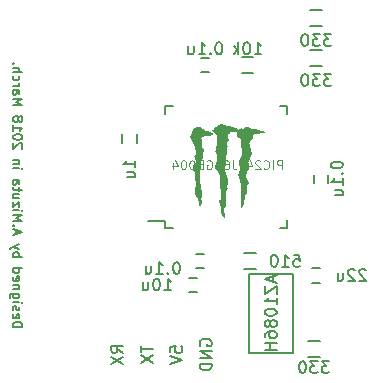
<source format=gbr>
G04 #@! TF.FileFunction,Legend,Bot*
%FSLAX46Y46*%
G04 Gerber Fmt 4.6, Leading zero omitted, Abs format (unit mm)*
G04 Created by KiCad (PCBNEW 4.0.1-stable) date 2018/07/04 18:11:44*
%MOMM*%
G01*
G04 APERTURE LIST*
%ADD10C,0.100000*%
%ADD11C,0.200000*%
%ADD12C,0.150000*%
%ADD13C,0.010000*%
%ADD14C,0.125000*%
G04 APERTURE END LIST*
D10*
D11*
X146400000Y-120138096D02*
X146352381Y-120042858D01*
X146352381Y-119900001D01*
X146400000Y-119757143D01*
X146495238Y-119661905D01*
X146590476Y-119614286D01*
X146780952Y-119566667D01*
X146923810Y-119566667D01*
X147114286Y-119614286D01*
X147209524Y-119661905D01*
X147304762Y-119757143D01*
X147352381Y-119900001D01*
X147352381Y-119995239D01*
X147304762Y-120138096D01*
X147257143Y-120185715D01*
X146923810Y-120185715D01*
X146923810Y-119995239D01*
X147352381Y-120614286D02*
X146352381Y-120614286D01*
X147352381Y-121185715D01*
X146352381Y-121185715D01*
X147352381Y-121661905D02*
X146352381Y-121661905D01*
X146352381Y-121900000D01*
X146400000Y-122042858D01*
X146495238Y-122138096D01*
X146590476Y-122185715D01*
X146780952Y-122233334D01*
X146923810Y-122233334D01*
X147114286Y-122185715D01*
X147209524Y-122138096D01*
X147304762Y-122042858D01*
X147352381Y-121900000D01*
X147352381Y-121661905D01*
X143852381Y-120709524D02*
X143852381Y-120233333D01*
X144328571Y-120185714D01*
X144280952Y-120233333D01*
X144233333Y-120328571D01*
X144233333Y-120566667D01*
X144280952Y-120661905D01*
X144328571Y-120709524D01*
X144423810Y-120757143D01*
X144661905Y-120757143D01*
X144757143Y-120709524D01*
X144804762Y-120661905D01*
X144852381Y-120566667D01*
X144852381Y-120328571D01*
X144804762Y-120233333D01*
X144757143Y-120185714D01*
X143852381Y-121042857D02*
X144852381Y-121376190D01*
X143852381Y-121709524D01*
X141352381Y-120138095D02*
X141352381Y-120709524D01*
X142352381Y-120423809D02*
X141352381Y-120423809D01*
X141352381Y-120947619D02*
X142352381Y-121614286D01*
X141352381Y-121614286D02*
X142352381Y-120947619D01*
X139852381Y-120733334D02*
X139376190Y-120400000D01*
X139852381Y-120161905D02*
X138852381Y-120161905D01*
X138852381Y-120542858D01*
X138900000Y-120638096D01*
X138947619Y-120685715D01*
X139042857Y-120733334D01*
X139185714Y-120733334D01*
X139280952Y-120685715D01*
X139328571Y-120638096D01*
X139376190Y-120542858D01*
X139376190Y-120161905D01*
X138852381Y-121066667D02*
X139852381Y-121733334D01*
X138852381Y-121733334D02*
X139852381Y-121066667D01*
D12*
X130538095Y-118580954D02*
X131338095Y-118580954D01*
X131338095Y-118390478D01*
X131300000Y-118276192D01*
X131223810Y-118200001D01*
X131147619Y-118161906D01*
X130995238Y-118123811D01*
X130880952Y-118123811D01*
X130728571Y-118161906D01*
X130652381Y-118200001D01*
X130576190Y-118276192D01*
X130538095Y-118390478D01*
X130538095Y-118580954D01*
X130576190Y-117476192D02*
X130538095Y-117552382D01*
X130538095Y-117704763D01*
X130576190Y-117780954D01*
X130652381Y-117819049D01*
X130957143Y-117819049D01*
X131033333Y-117780954D01*
X131071429Y-117704763D01*
X131071429Y-117552382D01*
X131033333Y-117476192D01*
X130957143Y-117438097D01*
X130880952Y-117438097D01*
X130804762Y-117819049D01*
X130576190Y-117133335D02*
X130538095Y-117057145D01*
X130538095Y-116904764D01*
X130576190Y-116828573D01*
X130652381Y-116790478D01*
X130690476Y-116790478D01*
X130766667Y-116828573D01*
X130804762Y-116904764D01*
X130804762Y-117019049D01*
X130842857Y-117095240D01*
X130919048Y-117133335D01*
X130957143Y-117133335D01*
X131033333Y-117095240D01*
X131071429Y-117019049D01*
X131071429Y-116904764D01*
X131033333Y-116828573D01*
X130538095Y-116447621D02*
X131071429Y-116447621D01*
X131338095Y-116447621D02*
X131300000Y-116485716D01*
X131261905Y-116447621D01*
X131300000Y-116409526D01*
X131338095Y-116447621D01*
X131261905Y-116447621D01*
X131071429Y-115723812D02*
X130423810Y-115723812D01*
X130347619Y-115761907D01*
X130309524Y-115800002D01*
X130271429Y-115876193D01*
X130271429Y-115990478D01*
X130309524Y-116066669D01*
X130576190Y-115723812D02*
X130538095Y-115800002D01*
X130538095Y-115952383D01*
X130576190Y-116028574D01*
X130614286Y-116066669D01*
X130690476Y-116104764D01*
X130919048Y-116104764D01*
X130995238Y-116066669D01*
X131033333Y-116028574D01*
X131071429Y-115952383D01*
X131071429Y-115800002D01*
X131033333Y-115723812D01*
X131071429Y-115342859D02*
X130538095Y-115342859D01*
X130995238Y-115342859D02*
X131033333Y-115304764D01*
X131071429Y-115228573D01*
X131071429Y-115114287D01*
X131033333Y-115038097D01*
X130957143Y-115000002D01*
X130538095Y-115000002D01*
X130576190Y-114314287D02*
X130538095Y-114390477D01*
X130538095Y-114542858D01*
X130576190Y-114619049D01*
X130652381Y-114657144D01*
X130957143Y-114657144D01*
X131033333Y-114619049D01*
X131071429Y-114542858D01*
X131071429Y-114390477D01*
X131033333Y-114314287D01*
X130957143Y-114276192D01*
X130880952Y-114276192D01*
X130804762Y-114657144D01*
X130538095Y-113590478D02*
X131338095Y-113590478D01*
X130576190Y-113590478D02*
X130538095Y-113666668D01*
X130538095Y-113819049D01*
X130576190Y-113895240D01*
X130614286Y-113933335D01*
X130690476Y-113971430D01*
X130919048Y-113971430D01*
X130995238Y-113933335D01*
X131033333Y-113895240D01*
X131071429Y-113819049D01*
X131071429Y-113666668D01*
X131033333Y-113590478D01*
X130538095Y-112600001D02*
X131338095Y-112600001D01*
X131033333Y-112600001D02*
X131071429Y-112523810D01*
X131071429Y-112371429D01*
X131033333Y-112295239D01*
X130995238Y-112257144D01*
X130919048Y-112219048D01*
X130690476Y-112219048D01*
X130614286Y-112257144D01*
X130576190Y-112295239D01*
X130538095Y-112371429D01*
X130538095Y-112523810D01*
X130576190Y-112600001D01*
X131071429Y-111952381D02*
X130538095Y-111761905D01*
X131071429Y-111571429D02*
X130538095Y-111761905D01*
X130347619Y-111838096D01*
X130309524Y-111876191D01*
X130271429Y-111952381D01*
X130766667Y-110695238D02*
X130766667Y-110314286D01*
X130538095Y-110771429D02*
X131338095Y-110504762D01*
X130538095Y-110238095D01*
X130614286Y-109971429D02*
X130576190Y-109933334D01*
X130538095Y-109971429D01*
X130576190Y-110009524D01*
X130614286Y-109971429D01*
X130538095Y-109971429D01*
X130538095Y-109590477D02*
X131338095Y-109590477D01*
X130766667Y-109323810D01*
X131338095Y-109057143D01*
X130538095Y-109057143D01*
X130538095Y-108676191D02*
X131071429Y-108676191D01*
X131338095Y-108676191D02*
X131300000Y-108714286D01*
X131261905Y-108676191D01*
X131300000Y-108638096D01*
X131338095Y-108676191D01*
X131261905Y-108676191D01*
X131071429Y-108371429D02*
X131071429Y-107952382D01*
X130538095Y-108371429D01*
X130538095Y-107952382D01*
X131071429Y-107304763D02*
X130538095Y-107304763D01*
X131071429Y-107647620D02*
X130652381Y-107647620D01*
X130576190Y-107609525D01*
X130538095Y-107533334D01*
X130538095Y-107419048D01*
X130576190Y-107342858D01*
X130614286Y-107304763D01*
X131071429Y-107038096D02*
X131071429Y-106733334D01*
X131338095Y-106923810D02*
X130652381Y-106923810D01*
X130576190Y-106885715D01*
X130538095Y-106809524D01*
X130538095Y-106733334D01*
X130538095Y-106123810D02*
X130957143Y-106123810D01*
X131033333Y-106161905D01*
X131071429Y-106238095D01*
X131071429Y-106390476D01*
X131033333Y-106466667D01*
X130576190Y-106123810D02*
X130538095Y-106200000D01*
X130538095Y-106390476D01*
X130576190Y-106466667D01*
X130652381Y-106504762D01*
X130728571Y-106504762D01*
X130804762Y-106466667D01*
X130842857Y-106390476D01*
X130842857Y-106200000D01*
X130880952Y-106123810D01*
X130538095Y-105133333D02*
X131071429Y-105133333D01*
X131338095Y-105133333D02*
X131300000Y-105171428D01*
X131261905Y-105133333D01*
X131300000Y-105095238D01*
X131338095Y-105133333D01*
X131261905Y-105133333D01*
X131071429Y-104752381D02*
X130538095Y-104752381D01*
X130995238Y-104752381D02*
X131033333Y-104714286D01*
X131071429Y-104638095D01*
X131071429Y-104523809D01*
X131033333Y-104447619D01*
X130957143Y-104409524D01*
X130538095Y-104409524D01*
X131261905Y-103457142D02*
X131300000Y-103419047D01*
X131338095Y-103342856D01*
X131338095Y-103152380D01*
X131300000Y-103076190D01*
X131261905Y-103038094D01*
X131185714Y-102999999D01*
X131109524Y-102999999D01*
X130995238Y-103038094D01*
X130538095Y-103495237D01*
X130538095Y-102999999D01*
X131338095Y-102504761D02*
X131338095Y-102428570D01*
X131300000Y-102352380D01*
X131261905Y-102314285D01*
X131185714Y-102276189D01*
X131033333Y-102238094D01*
X130842857Y-102238094D01*
X130690476Y-102276189D01*
X130614286Y-102314285D01*
X130576190Y-102352380D01*
X130538095Y-102428570D01*
X130538095Y-102504761D01*
X130576190Y-102580951D01*
X130614286Y-102619047D01*
X130690476Y-102657142D01*
X130842857Y-102695237D01*
X131033333Y-102695237D01*
X131185714Y-102657142D01*
X131261905Y-102619047D01*
X131300000Y-102580951D01*
X131338095Y-102504761D01*
X130538095Y-101476189D02*
X130538095Y-101933332D01*
X130538095Y-101704761D02*
X131338095Y-101704761D01*
X131223810Y-101780951D01*
X131147619Y-101857142D01*
X131109524Y-101933332D01*
X130995238Y-101019046D02*
X131033333Y-101095237D01*
X131071429Y-101133332D01*
X131147619Y-101171427D01*
X131185714Y-101171427D01*
X131261905Y-101133332D01*
X131300000Y-101095237D01*
X131338095Y-101019046D01*
X131338095Y-100866665D01*
X131300000Y-100790475D01*
X131261905Y-100752379D01*
X131185714Y-100714284D01*
X131147619Y-100714284D01*
X131071429Y-100752379D01*
X131033333Y-100790475D01*
X130995238Y-100866665D01*
X130995238Y-101019046D01*
X130957143Y-101095237D01*
X130919048Y-101133332D01*
X130842857Y-101171427D01*
X130690476Y-101171427D01*
X130614286Y-101133332D01*
X130576190Y-101095237D01*
X130538095Y-101019046D01*
X130538095Y-100866665D01*
X130576190Y-100790475D01*
X130614286Y-100752379D01*
X130690476Y-100714284D01*
X130842857Y-100714284D01*
X130919048Y-100752379D01*
X130957143Y-100790475D01*
X130995238Y-100866665D01*
X130538095Y-99761903D02*
X131338095Y-99761903D01*
X130766667Y-99495236D01*
X131338095Y-99228569D01*
X130538095Y-99228569D01*
X130538095Y-98504760D02*
X130957143Y-98504760D01*
X131033333Y-98542855D01*
X131071429Y-98619045D01*
X131071429Y-98771426D01*
X131033333Y-98847617D01*
X130576190Y-98504760D02*
X130538095Y-98580950D01*
X130538095Y-98771426D01*
X130576190Y-98847617D01*
X130652381Y-98885712D01*
X130728571Y-98885712D01*
X130804762Y-98847617D01*
X130842857Y-98771426D01*
X130842857Y-98580950D01*
X130880952Y-98504760D01*
X130538095Y-98123807D02*
X131071429Y-98123807D01*
X130919048Y-98123807D02*
X130995238Y-98085712D01*
X131033333Y-98047616D01*
X131071429Y-97971426D01*
X131071429Y-97895235D01*
X130576190Y-97285712D02*
X130538095Y-97361902D01*
X130538095Y-97514283D01*
X130576190Y-97590474D01*
X130614286Y-97628569D01*
X130690476Y-97666664D01*
X130919048Y-97666664D01*
X130995238Y-97628569D01*
X131033333Y-97590474D01*
X131071429Y-97514283D01*
X131071429Y-97361902D01*
X131033333Y-97285712D01*
X130538095Y-96942855D02*
X131338095Y-96942855D01*
X130538095Y-96599998D02*
X130957143Y-96599998D01*
X131033333Y-96638093D01*
X131071429Y-96714283D01*
X131071429Y-96828569D01*
X131033333Y-96904760D01*
X130995238Y-96942855D01*
X130614286Y-96219045D02*
X130576190Y-96180950D01*
X130538095Y-96219045D01*
X130576190Y-96257140D01*
X130614286Y-96219045D01*
X130538095Y-96219045D01*
X139800000Y-102250000D02*
X139800000Y-102950000D01*
X141000000Y-102950000D02*
X141000000Y-102250000D01*
X157200000Y-106350000D02*
X157200000Y-105650000D01*
X156000000Y-105650000D02*
X156000000Y-106350000D01*
X146050000Y-113600000D02*
X146750000Y-113600000D01*
X146750000Y-112400000D02*
X146050000Y-112400000D01*
X146450000Y-97000000D02*
X147150000Y-97000000D01*
X147150000Y-95800000D02*
X146450000Y-95800000D01*
X145450000Y-115600000D02*
X146150000Y-115600000D01*
X146150000Y-114400000D02*
X145450000Y-114400000D01*
X155850000Y-114800000D02*
X156550000Y-114800000D01*
X156550000Y-113600000D02*
X155850000Y-113600000D01*
X143425000Y-110175000D02*
X143425000Y-109575000D01*
X153775000Y-110175000D02*
X153775000Y-109505000D01*
X153775000Y-99825000D02*
X153775000Y-100495000D01*
X143425000Y-99825000D02*
X143425000Y-100495000D01*
X143425000Y-110175000D02*
X144095000Y-110175000D01*
X143425000Y-99825000D02*
X144095000Y-99825000D01*
X153775000Y-99825000D02*
X153105000Y-99825000D01*
X153775000Y-110175000D02*
X153105000Y-110175000D01*
X143425000Y-109575000D02*
X141950000Y-109575000D01*
X150900000Y-95725000D02*
X149900000Y-95725000D01*
X149900000Y-97075000D02*
X150900000Y-97075000D01*
X155700000Y-93075000D02*
X156700000Y-93075000D01*
X156700000Y-91725000D02*
X155700000Y-91725000D01*
X155700000Y-96475000D02*
X156700000Y-96475000D01*
X156700000Y-95125000D02*
X155700000Y-95125000D01*
X151100000Y-112325000D02*
X150100000Y-112325000D01*
X150100000Y-113675000D02*
X151100000Y-113675000D01*
X156500000Y-119725000D02*
X155500000Y-119725000D01*
X155500000Y-121075000D02*
X156500000Y-121075000D01*
X150550000Y-114050000D02*
X150550000Y-120750000D01*
X154250000Y-114050000D02*
X150550000Y-114050000D01*
X154250000Y-120750000D02*
X154260000Y-114050000D01*
X154250000Y-120750000D02*
X150550000Y-120750000D01*
D13*
G36*
X148080997Y-101342122D02*
X148059461Y-101349672D01*
X148050860Y-101367667D01*
X148049022Y-101379816D01*
X148037320Y-101410751D01*
X148006235Y-101430794D01*
X147992000Y-101435845D01*
X147949474Y-101458228D01*
X147935155Y-101484561D01*
X147918263Y-101512909D01*
X147886315Y-101525331D01*
X147850806Y-101540985D01*
X147808052Y-101571436D01*
X147783135Y-101594271D01*
X147734633Y-101636040D01*
X147693539Y-101653448D01*
X147682151Y-101654353D01*
X147629356Y-101663601D01*
X147593786Y-101693380D01*
X147572640Y-101746742D01*
X147567003Y-101779915D01*
X147556775Y-101837164D01*
X147540217Y-101871225D01*
X147511880Y-101888778D01*
X147472370Y-101895927D01*
X147423506Y-101900883D01*
X147574882Y-102072706D01*
X147657692Y-102169406D01*
X147722372Y-102253400D01*
X147770567Y-102330259D01*
X147803920Y-102405554D01*
X147824079Y-102484853D01*
X147832687Y-102573729D01*
X147831390Y-102677751D01*
X147821833Y-102802490D01*
X147813712Y-102881390D01*
X147795466Y-103049241D01*
X147780041Y-103189800D01*
X147767068Y-103305485D01*
X147756180Y-103398718D01*
X147747009Y-103471916D01*
X147739186Y-103527500D01*
X147732344Y-103567889D01*
X147726114Y-103595502D01*
X147720129Y-103612759D01*
X147714020Y-103622079D01*
X147707419Y-103625882D01*
X147700362Y-103626589D01*
X147683177Y-103638389D01*
X147679346Y-103669194D01*
X147687314Y-103712113D01*
X147705524Y-103760253D01*
X147732422Y-103806724D01*
X147744575Y-103822484D01*
X147763278Y-103847512D01*
X147774673Y-103873504D01*
X147780533Y-103908641D01*
X147782631Y-103961102D01*
X147782823Y-103998949D01*
X147783691Y-104064077D01*
X147787246Y-104106552D01*
X147794919Y-104133575D01*
X147808137Y-104152347D01*
X147814471Y-104158420D01*
X147831529Y-104177479D01*
X147839857Y-104201053D01*
X147841109Y-104238028D01*
X147837995Y-104284831D01*
X147832874Y-104329185D01*
X147823995Y-104375448D01*
X147809901Y-104428334D01*
X147789134Y-104492560D01*
X147760235Y-104572839D01*
X147721746Y-104673889D01*
X147701937Y-104724765D01*
X147668279Y-104827268D01*
X147650827Y-104919069D01*
X147650039Y-104995754D01*
X147666376Y-105052912D01*
X147667559Y-105055020D01*
X147700558Y-105101845D01*
X147745084Y-105151988D01*
X147793005Y-105197387D01*
X147836188Y-105229980D01*
X147852824Y-105238700D01*
X147897057Y-105271417D01*
X147923390Y-105326905D01*
X147932234Y-105406034D01*
X147932235Y-105407298D01*
X147940022Y-105471777D01*
X147960739Y-105529831D01*
X147990419Y-105571958D01*
X148005676Y-105583206D01*
X148031883Y-105613080D01*
X148036823Y-105642158D01*
X148046171Y-105684689D01*
X148066706Y-105722430D01*
X148080592Y-105744229D01*
X148089445Y-105771566D01*
X148094316Y-105811249D01*
X148096258Y-105870087D01*
X148096457Y-105914945D01*
X148095226Y-105993173D01*
X148091985Y-106088523D01*
X148087241Y-106188344D01*
X148082134Y-106271177D01*
X148077495Y-106468085D01*
X148089326Y-106679879D01*
X148116933Y-106896981D01*
X148134704Y-106995824D01*
X148148008Y-107094991D01*
X148154098Y-107213562D01*
X148153286Y-107342022D01*
X148145883Y-107470856D01*
X148132200Y-107590548D01*
X148112549Y-107691584D01*
X148111845Y-107694324D01*
X148091288Y-107764832D01*
X148073157Y-107808919D01*
X148058105Y-107825017D01*
X148057401Y-107825059D01*
X148038615Y-107814246D01*
X148036595Y-107806383D01*
X148031429Y-107798605D01*
X148021882Y-107810118D01*
X148010435Y-107847191D01*
X148008325Y-107902528D01*
X148014109Y-107969357D01*
X148026343Y-108040901D01*
X148043584Y-108110388D01*
X148064390Y-108171043D01*
X148087315Y-108216092D01*
X148110918Y-108238760D01*
X148113384Y-108239568D01*
X148126258Y-108246035D01*
X148134736Y-108261079D01*
X148139908Y-108290269D01*
X148142861Y-108339176D01*
X148144398Y-108398302D01*
X148145262Y-108485161D01*
X148144957Y-108584477D01*
X148143571Y-108678846D01*
X148142872Y-108706589D01*
X148141402Y-108778566D01*
X148142552Y-108827543D01*
X148147257Y-108860353D01*
X148156450Y-108883832D01*
X148169767Y-108903181D01*
X148191782Y-108940456D01*
X148201172Y-108975095D01*
X148201176Y-108975628D01*
X148213522Y-109031767D01*
X148247375Y-109093743D01*
X148297959Y-109153178D01*
X148307344Y-109161943D01*
X148351068Y-109198584D01*
X148379910Y-109212907D01*
X148397036Y-109203047D01*
X148405612Y-109167139D01*
X148408806Y-109103320D01*
X148408828Y-109102186D01*
X148408647Y-109041368D01*
X148404553Y-109004482D01*
X148395560Y-108985719D01*
X148388267Y-108981058D01*
X148371136Y-108960510D01*
X148365529Y-108929167D01*
X148360640Y-108892301D01*
X148347929Y-108839952D01*
X148333173Y-108792560D01*
X148308268Y-108706432D01*
X148301139Y-108637176D01*
X148312319Y-108577256D01*
X148342343Y-108519137D01*
X148353728Y-108502806D01*
X148439830Y-108362506D01*
X148498365Y-108216546D01*
X148506462Y-108187538D01*
X148512932Y-108158453D01*
X148517994Y-108124536D01*
X148521745Y-108082364D01*
X148524281Y-108028515D01*
X148525698Y-107959570D01*
X148526094Y-107872105D01*
X148525563Y-107762701D01*
X148524204Y-107627935D01*
X148523612Y-107579062D01*
X148517156Y-107061680D01*
X148560693Y-106968644D01*
X148600045Y-106867267D01*
X148615456Y-106781593D01*
X148607170Y-106709773D01*
X148597822Y-106685654D01*
X148583003Y-106650324D01*
X148581376Y-106624004D01*
X148593518Y-106592028D01*
X148602187Y-106574706D01*
X148646933Y-106467260D01*
X148671332Y-106356276D01*
X148677265Y-106232156D01*
X148676058Y-106197440D01*
X148674423Y-106162434D01*
X148672675Y-106132517D01*
X148669907Y-106104589D01*
X148665213Y-106075546D01*
X148657689Y-106042287D01*
X148646426Y-106001708D01*
X148630520Y-105950707D01*
X148609064Y-105886183D01*
X148581153Y-105805032D01*
X148545880Y-105704153D01*
X148502339Y-105580443D01*
X148464501Y-105473049D01*
X148438401Y-105401646D01*
X148414269Y-105340539D01*
X148394423Y-105295254D01*
X148381177Y-105271316D01*
X148379082Y-105269260D01*
X148371302Y-105258067D01*
X148368580Y-105234929D01*
X148371341Y-105196651D01*
X148380006Y-105140039D01*
X148395000Y-105061899D01*
X148416746Y-104959037D01*
X148425503Y-104919000D01*
X148462211Y-104740992D01*
X148488419Y-104586107D01*
X148504438Y-104449609D01*
X148510578Y-104326765D01*
X148507151Y-104212839D01*
X148494467Y-104103096D01*
X148483181Y-104040431D01*
X148474136Y-103991463D01*
X148472930Y-103962725D01*
X148480875Y-103945284D01*
X148499280Y-103930211D01*
X148499360Y-103930155D01*
X148528519Y-103904412D01*
X148549200Y-103871335D01*
X148562306Y-103826337D01*
X148568740Y-103764833D01*
X148569404Y-103682238D01*
X148566075Y-103591365D01*
X148562263Y-103507050D01*
X148560696Y-103446758D01*
X148561848Y-103404684D01*
X148566194Y-103375021D01*
X148574207Y-103351963D01*
X148586362Y-103329704D01*
X148587605Y-103327657D01*
X148606308Y-103291523D01*
X148616013Y-103254762D01*
X148616746Y-103210608D01*
X148608535Y-103152297D01*
X148591406Y-103073061D01*
X148588656Y-103061418D01*
X148572400Y-102982867D01*
X148568230Y-102925615D01*
X148577838Y-102882946D01*
X148602920Y-102848142D01*
X148645171Y-102814486D01*
X148652146Y-102809755D01*
X148691711Y-102780105D01*
X148711932Y-102753096D01*
X148720089Y-102717799D01*
X148721108Y-102706237D01*
X148718897Y-102663576D01*
X148709026Y-102603183D01*
X148693352Y-102535655D01*
X148687490Y-102514529D01*
X148662147Y-102406623D01*
X148650455Y-102308026D01*
X148653022Y-102225483D01*
X148658829Y-102195971D01*
X148677768Y-102168288D01*
X148704431Y-102162353D01*
X148752066Y-102154311D01*
X148790796Y-102127139D01*
X148826329Y-102076271D01*
X148836862Y-102056413D01*
X148874860Y-101981427D01*
X149007471Y-101985640D01*
X149075121Y-101986697D01*
X149119910Y-101984084D01*
X149148733Y-101976875D01*
X149168485Y-101964147D01*
X149168600Y-101964044D01*
X149191526Y-101950188D01*
X149227014Y-101942106D01*
X149281925Y-101938621D01*
X149319206Y-101938236D01*
X149380400Y-101939982D01*
X149422661Y-101944804D01*
X149440934Y-101952073D01*
X149441294Y-101953387D01*
X149451558Y-101972020D01*
X149477217Y-102000235D01*
X149487860Y-102010146D01*
X149534425Y-102051752D01*
X149532079Y-102212027D01*
X149532000Y-102284278D01*
X149533667Y-102350762D01*
X149536765Y-102402441D01*
X149539470Y-102424210D01*
X149546721Y-102454811D01*
X149559252Y-102470149D01*
X149585736Y-102475494D01*
X149624893Y-102476118D01*
X149674421Y-102479505D01*
X149716619Y-102492706D01*
X149764411Y-102520282D01*
X149780112Y-102530896D01*
X149859647Y-102585673D01*
X149859647Y-102827976D01*
X149859489Y-102918100D01*
X149858638Y-102982773D01*
X149856530Y-103026429D01*
X149852600Y-103053499D01*
X149846284Y-103068417D01*
X149837017Y-103075613D01*
X149827724Y-103078628D01*
X149808414Y-103087300D01*
X149800797Y-103105539D01*
X149802097Y-103142141D01*
X149803508Y-103155350D01*
X149808891Y-103188566D01*
X149818996Y-103219868D01*
X149836969Y-103255079D01*
X149865959Y-103300026D01*
X149909110Y-103360533D01*
X149928926Y-103387530D01*
X149945449Y-103411306D01*
X149956091Y-103433471D01*
X149961764Y-103460724D01*
X149963380Y-103499766D01*
X149961852Y-103557295D01*
X149959422Y-103611647D01*
X149950114Y-103728250D01*
X149932364Y-103842155D01*
X149904546Y-103959904D01*
X149865033Y-104088041D01*
X149812198Y-104233109D01*
X149792216Y-104284163D01*
X149745641Y-104402555D01*
X149709676Y-104496524D01*
X149683257Y-104569155D01*
X149665321Y-104623534D01*
X149654804Y-104662746D01*
X149650643Y-104689875D01*
X149650471Y-104695322D01*
X149657639Y-104733835D01*
X149675658Y-104784013D01*
X149699300Y-104833988D01*
X149723338Y-104871890D01*
X149732473Y-104881503D01*
X149741977Y-104895144D01*
X149748512Y-104920659D01*
X149752552Y-104962689D01*
X149754573Y-105025875D01*
X149755059Y-105102207D01*
X149754805Y-105183938D01*
X149753357Y-105242209D01*
X149749688Y-105283441D01*
X149742771Y-105314056D01*
X149731578Y-105340475D01*
X149715081Y-105369121D01*
X149711387Y-105375142D01*
X149658060Y-105482152D01*
X149627556Y-105589915D01*
X149619912Y-105694109D01*
X149635166Y-105790413D01*
X149673356Y-105874507D01*
X149706703Y-105916690D01*
X149735427Y-105956521D01*
X149743130Y-106001013D01*
X149742577Y-106013808D01*
X149745508Y-106058836D01*
X149757095Y-106116523D01*
X149769313Y-106157722D01*
X149785751Y-106210927D01*
X149796848Y-106257854D01*
X149799882Y-106282385D01*
X149810871Y-106315787D01*
X149829765Y-106326612D01*
X149846270Y-106334771D01*
X149855339Y-106353123D01*
X149859077Y-106388897D01*
X149859647Y-106429272D01*
X149856610Y-106486485D01*
X149848468Y-106560724D01*
X149836679Y-106639862D01*
X149829810Y-106677794D01*
X149813788Y-106782573D01*
X149803722Y-106896340D01*
X149799681Y-107011432D01*
X149801736Y-107120189D01*
X149809959Y-107214948D01*
X149824166Y-107287177D01*
X149832564Y-107323676D01*
X149839210Y-107371457D01*
X149844352Y-107434352D01*
X149848238Y-107516193D01*
X149851119Y-107620814D01*
X149852966Y-107730812D01*
X149854322Y-107845508D01*
X149854782Y-107934148D01*
X149854144Y-108000550D01*
X149852207Y-108048533D01*
X149848771Y-108081914D01*
X149843635Y-108104511D01*
X149836598Y-108120144D01*
X149832146Y-108126754D01*
X149816368Y-108159893D01*
X149808446Y-108209932D01*
X149806904Y-108265473D01*
X149808248Y-108321396D01*
X149812786Y-108354035D01*
X149822175Y-108369947D01*
X149834628Y-108375110D01*
X149857993Y-108372603D01*
X149881565Y-108352941D01*
X149908549Y-108312355D01*
X149940314Y-108250883D01*
X149961233Y-108203803D01*
X149979651Y-108152679D01*
X149996495Y-108093339D01*
X150012692Y-108021613D01*
X150029170Y-107933328D01*
X150046854Y-107824313D01*
X150066672Y-107690397D01*
X150069945Y-107667489D01*
X150116623Y-107339584D01*
X150173971Y-107277369D01*
X150212285Y-107227259D01*
X150235690Y-107179134D01*
X150239049Y-107165253D01*
X150244254Y-107119395D01*
X150249607Y-107051644D01*
X150254706Y-106969984D01*
X150259145Y-106882400D01*
X150262521Y-106796876D01*
X150264431Y-106721397D01*
X150264469Y-106663948D01*
X150264451Y-106663166D01*
X150265693Y-106600008D01*
X150275716Y-106551591D01*
X150298722Y-106507489D01*
X150338913Y-106457274D01*
X150354320Y-106440148D01*
X150395598Y-106389631D01*
X150418654Y-106344379D01*
X150423221Y-106298482D01*
X150409026Y-106246028D01*
X150375801Y-106181106D01*
X150339833Y-106123154D01*
X150309927Y-106073660D01*
X150287974Y-106031185D01*
X150278165Y-106003954D01*
X150278000Y-106001818D01*
X150272152Y-105974022D01*
X150257203Y-105931143D01*
X150245567Y-105903282D01*
X150222313Y-105823158D01*
X150212867Y-105723757D01*
X150216672Y-105612003D01*
X150233170Y-105494822D01*
X150261805Y-105379139D01*
X150295100Y-105287556D01*
X150305347Y-105259585D01*
X150312775Y-105227353D01*
X150317812Y-105185735D01*
X150320881Y-105129602D01*
X150322410Y-105053831D01*
X150322823Y-104953686D01*
X150323064Y-104856758D01*
X150324101Y-104784944D01*
X150326403Y-104733476D01*
X150330441Y-104697587D01*
X150336685Y-104672510D01*
X150345607Y-104653477D01*
X150353647Y-104641266D01*
X150371790Y-104605249D01*
X150390717Y-104550915D01*
X150406575Y-104489469D01*
X150407705Y-104484050D01*
X150423530Y-104421054D01*
X150441832Y-104370687D01*
X150459057Y-104342002D01*
X150480099Y-104305248D01*
X150487177Y-104265324D01*
X150494233Y-104225848D01*
X150519762Y-104191914D01*
X150538180Y-104176070D01*
X150599792Y-104108517D01*
X150643107Y-104021225D01*
X150665838Y-103919684D01*
X150668760Y-103862500D01*
X150668120Y-103827076D01*
X150665993Y-103794087D01*
X150661402Y-103759485D01*
X150653365Y-103719221D01*
X150640904Y-103669249D01*
X150623040Y-103605521D01*
X150598793Y-103523988D01*
X150567184Y-103420602D01*
X150542505Y-103340665D01*
X150519633Y-103259849D01*
X150499626Y-103176583D01*
X150484961Y-103101912D01*
X150478828Y-103056783D01*
X150474946Y-102965000D01*
X150484265Y-102891814D01*
X150510092Y-102827834D01*
X150555737Y-102763672D01*
X150598896Y-102716070D01*
X150662610Y-102646521D01*
X150706700Y-102588360D01*
X150734603Y-102533973D01*
X150749759Y-102475748D01*
X150755607Y-102406073D01*
X150756118Y-102368016D01*
X150757125Y-102301889D01*
X150761041Y-102258380D01*
X150769209Y-102230262D01*
X150782971Y-102210312D01*
X150786000Y-102207177D01*
X150817611Y-102184859D01*
X150843479Y-102177294D01*
X150873838Y-102167835D01*
X150906979Y-102145642D01*
X150924694Y-102131918D01*
X150944549Y-102123354D01*
X150972885Y-102119252D01*
X151016043Y-102118913D01*
X151080363Y-102121639D01*
X151110217Y-102123253D01*
X151213428Y-102125918D01*
X151288565Y-102120971D01*
X151335353Y-102108454D01*
X151353520Y-102088410D01*
X151353765Y-102085249D01*
X151367816Y-102080752D01*
X151406415Y-102076970D01*
X151464232Y-102074219D01*
X151535933Y-102072819D01*
X151564037Y-102072706D01*
X151647615Y-102072356D01*
X151705635Y-102070970D01*
X151742416Y-102068042D01*
X151762278Y-102063067D01*
X151769540Y-102055540D01*
X151769478Y-102048671D01*
X151756766Y-102036126D01*
X151721640Y-102018416D01*
X151662482Y-101994897D01*
X151577674Y-101964923D01*
X151467499Y-101928467D01*
X151302152Y-101877589D01*
X151158043Y-101839297D01*
X151029827Y-101812529D01*
X150912157Y-101796222D01*
X150799688Y-101789312D01*
X150765755Y-101788912D01*
X150703306Y-101787679D01*
X150660173Y-101782369D01*
X150625826Y-101770397D01*
X150589735Y-101749179D01*
X150581500Y-101743679D01*
X150480606Y-101682020D01*
X150391362Y-101641844D01*
X150335858Y-101625706D01*
X150288306Y-101618631D01*
X150251087Y-101625209D01*
X150218228Y-101641211D01*
X150174979Y-101672932D01*
X150139063Y-101711278D01*
X150135550Y-101716375D01*
X150106176Y-101761581D01*
X149956765Y-101752765D01*
X149852861Y-101749717D01*
X149774043Y-101754971D01*
X149716483Y-101769283D01*
X149676350Y-101793409D01*
X149660133Y-101811392D01*
X149638206Y-101836097D01*
X149613736Y-101844610D01*
X149574040Y-101841013D01*
X149570068Y-101840365D01*
X149505350Y-101825019D01*
X149457656Y-101800676D01*
X149425222Y-101772752D01*
X149392197Y-101750832D01*
X149365158Y-101744000D01*
X149329015Y-101736857D01*
X149294188Y-101722220D01*
X149215610Y-101685298D01*
X149112525Y-101646529D01*
X148990112Y-101607480D01*
X148853551Y-101569718D01*
X148708021Y-101534811D01*
X148600243Y-101512257D01*
X148529586Y-101497309D01*
X148468618Y-101482388D01*
X148423991Y-101469254D01*
X148402639Y-101459916D01*
X148376351Y-101446690D01*
X148332534Y-101432304D01*
X148302396Y-101424764D01*
X148248345Y-101408693D01*
X148217776Y-101388096D01*
X148208839Y-101373996D01*
X148194212Y-101352908D01*
X148168683Y-101343013D01*
X148123920Y-101340589D01*
X148080997Y-101342122D01*
X148080997Y-101342122D01*
G37*
X148080997Y-101342122D02*
X148059461Y-101349672D01*
X148050860Y-101367667D01*
X148049022Y-101379816D01*
X148037320Y-101410751D01*
X148006235Y-101430794D01*
X147992000Y-101435845D01*
X147949474Y-101458228D01*
X147935155Y-101484561D01*
X147918263Y-101512909D01*
X147886315Y-101525331D01*
X147850806Y-101540985D01*
X147808052Y-101571436D01*
X147783135Y-101594271D01*
X147734633Y-101636040D01*
X147693539Y-101653448D01*
X147682151Y-101654353D01*
X147629356Y-101663601D01*
X147593786Y-101693380D01*
X147572640Y-101746742D01*
X147567003Y-101779915D01*
X147556775Y-101837164D01*
X147540217Y-101871225D01*
X147511880Y-101888778D01*
X147472370Y-101895927D01*
X147423506Y-101900883D01*
X147574882Y-102072706D01*
X147657692Y-102169406D01*
X147722372Y-102253400D01*
X147770567Y-102330259D01*
X147803920Y-102405554D01*
X147824079Y-102484853D01*
X147832687Y-102573729D01*
X147831390Y-102677751D01*
X147821833Y-102802490D01*
X147813712Y-102881390D01*
X147795466Y-103049241D01*
X147780041Y-103189800D01*
X147767068Y-103305485D01*
X147756180Y-103398718D01*
X147747009Y-103471916D01*
X147739186Y-103527500D01*
X147732344Y-103567889D01*
X147726114Y-103595502D01*
X147720129Y-103612759D01*
X147714020Y-103622079D01*
X147707419Y-103625882D01*
X147700362Y-103626589D01*
X147683177Y-103638389D01*
X147679346Y-103669194D01*
X147687314Y-103712113D01*
X147705524Y-103760253D01*
X147732422Y-103806724D01*
X147744575Y-103822484D01*
X147763278Y-103847512D01*
X147774673Y-103873504D01*
X147780533Y-103908641D01*
X147782631Y-103961102D01*
X147782823Y-103998949D01*
X147783691Y-104064077D01*
X147787246Y-104106552D01*
X147794919Y-104133575D01*
X147808137Y-104152347D01*
X147814471Y-104158420D01*
X147831529Y-104177479D01*
X147839857Y-104201053D01*
X147841109Y-104238028D01*
X147837995Y-104284831D01*
X147832874Y-104329185D01*
X147823995Y-104375448D01*
X147809901Y-104428334D01*
X147789134Y-104492560D01*
X147760235Y-104572839D01*
X147721746Y-104673889D01*
X147701937Y-104724765D01*
X147668279Y-104827268D01*
X147650827Y-104919069D01*
X147650039Y-104995754D01*
X147666376Y-105052912D01*
X147667559Y-105055020D01*
X147700558Y-105101845D01*
X147745084Y-105151988D01*
X147793005Y-105197387D01*
X147836188Y-105229980D01*
X147852824Y-105238700D01*
X147897057Y-105271417D01*
X147923390Y-105326905D01*
X147932234Y-105406034D01*
X147932235Y-105407298D01*
X147940022Y-105471777D01*
X147960739Y-105529831D01*
X147990419Y-105571958D01*
X148005676Y-105583206D01*
X148031883Y-105613080D01*
X148036823Y-105642158D01*
X148046171Y-105684689D01*
X148066706Y-105722430D01*
X148080592Y-105744229D01*
X148089445Y-105771566D01*
X148094316Y-105811249D01*
X148096258Y-105870087D01*
X148096457Y-105914945D01*
X148095226Y-105993173D01*
X148091985Y-106088523D01*
X148087241Y-106188344D01*
X148082134Y-106271177D01*
X148077495Y-106468085D01*
X148089326Y-106679879D01*
X148116933Y-106896981D01*
X148134704Y-106995824D01*
X148148008Y-107094991D01*
X148154098Y-107213562D01*
X148153286Y-107342022D01*
X148145883Y-107470856D01*
X148132200Y-107590548D01*
X148112549Y-107691584D01*
X148111845Y-107694324D01*
X148091288Y-107764832D01*
X148073157Y-107808919D01*
X148058105Y-107825017D01*
X148057401Y-107825059D01*
X148038615Y-107814246D01*
X148036595Y-107806383D01*
X148031429Y-107798605D01*
X148021882Y-107810118D01*
X148010435Y-107847191D01*
X148008325Y-107902528D01*
X148014109Y-107969357D01*
X148026343Y-108040901D01*
X148043584Y-108110388D01*
X148064390Y-108171043D01*
X148087315Y-108216092D01*
X148110918Y-108238760D01*
X148113384Y-108239568D01*
X148126258Y-108246035D01*
X148134736Y-108261079D01*
X148139908Y-108290269D01*
X148142861Y-108339176D01*
X148144398Y-108398302D01*
X148145262Y-108485161D01*
X148144957Y-108584477D01*
X148143571Y-108678846D01*
X148142872Y-108706589D01*
X148141402Y-108778566D01*
X148142552Y-108827543D01*
X148147257Y-108860353D01*
X148156450Y-108883832D01*
X148169767Y-108903181D01*
X148191782Y-108940456D01*
X148201172Y-108975095D01*
X148201176Y-108975628D01*
X148213522Y-109031767D01*
X148247375Y-109093743D01*
X148297959Y-109153178D01*
X148307344Y-109161943D01*
X148351068Y-109198584D01*
X148379910Y-109212907D01*
X148397036Y-109203047D01*
X148405612Y-109167139D01*
X148408806Y-109103320D01*
X148408828Y-109102186D01*
X148408647Y-109041368D01*
X148404553Y-109004482D01*
X148395560Y-108985719D01*
X148388267Y-108981058D01*
X148371136Y-108960510D01*
X148365529Y-108929167D01*
X148360640Y-108892301D01*
X148347929Y-108839952D01*
X148333173Y-108792560D01*
X148308268Y-108706432D01*
X148301139Y-108637176D01*
X148312319Y-108577256D01*
X148342343Y-108519137D01*
X148353728Y-108502806D01*
X148439830Y-108362506D01*
X148498365Y-108216546D01*
X148506462Y-108187538D01*
X148512932Y-108158453D01*
X148517994Y-108124536D01*
X148521745Y-108082364D01*
X148524281Y-108028515D01*
X148525698Y-107959570D01*
X148526094Y-107872105D01*
X148525563Y-107762701D01*
X148524204Y-107627935D01*
X148523612Y-107579062D01*
X148517156Y-107061680D01*
X148560693Y-106968644D01*
X148600045Y-106867267D01*
X148615456Y-106781593D01*
X148607170Y-106709773D01*
X148597822Y-106685654D01*
X148583003Y-106650324D01*
X148581376Y-106624004D01*
X148593518Y-106592028D01*
X148602187Y-106574706D01*
X148646933Y-106467260D01*
X148671332Y-106356276D01*
X148677265Y-106232156D01*
X148676058Y-106197440D01*
X148674423Y-106162434D01*
X148672675Y-106132517D01*
X148669907Y-106104589D01*
X148665213Y-106075546D01*
X148657689Y-106042287D01*
X148646426Y-106001708D01*
X148630520Y-105950707D01*
X148609064Y-105886183D01*
X148581153Y-105805032D01*
X148545880Y-105704153D01*
X148502339Y-105580443D01*
X148464501Y-105473049D01*
X148438401Y-105401646D01*
X148414269Y-105340539D01*
X148394423Y-105295254D01*
X148381177Y-105271316D01*
X148379082Y-105269260D01*
X148371302Y-105258067D01*
X148368580Y-105234929D01*
X148371341Y-105196651D01*
X148380006Y-105140039D01*
X148395000Y-105061899D01*
X148416746Y-104959037D01*
X148425503Y-104919000D01*
X148462211Y-104740992D01*
X148488419Y-104586107D01*
X148504438Y-104449609D01*
X148510578Y-104326765D01*
X148507151Y-104212839D01*
X148494467Y-104103096D01*
X148483181Y-104040431D01*
X148474136Y-103991463D01*
X148472930Y-103962725D01*
X148480875Y-103945284D01*
X148499280Y-103930211D01*
X148499360Y-103930155D01*
X148528519Y-103904412D01*
X148549200Y-103871335D01*
X148562306Y-103826337D01*
X148568740Y-103764833D01*
X148569404Y-103682238D01*
X148566075Y-103591365D01*
X148562263Y-103507050D01*
X148560696Y-103446758D01*
X148561848Y-103404684D01*
X148566194Y-103375021D01*
X148574207Y-103351963D01*
X148586362Y-103329704D01*
X148587605Y-103327657D01*
X148606308Y-103291523D01*
X148616013Y-103254762D01*
X148616746Y-103210608D01*
X148608535Y-103152297D01*
X148591406Y-103073061D01*
X148588656Y-103061418D01*
X148572400Y-102982867D01*
X148568230Y-102925615D01*
X148577838Y-102882946D01*
X148602920Y-102848142D01*
X148645171Y-102814486D01*
X148652146Y-102809755D01*
X148691711Y-102780105D01*
X148711932Y-102753096D01*
X148720089Y-102717799D01*
X148721108Y-102706237D01*
X148718897Y-102663576D01*
X148709026Y-102603183D01*
X148693352Y-102535655D01*
X148687490Y-102514529D01*
X148662147Y-102406623D01*
X148650455Y-102308026D01*
X148653022Y-102225483D01*
X148658829Y-102195971D01*
X148677768Y-102168288D01*
X148704431Y-102162353D01*
X148752066Y-102154311D01*
X148790796Y-102127139D01*
X148826329Y-102076271D01*
X148836862Y-102056413D01*
X148874860Y-101981427D01*
X149007471Y-101985640D01*
X149075121Y-101986697D01*
X149119910Y-101984084D01*
X149148733Y-101976875D01*
X149168485Y-101964147D01*
X149168600Y-101964044D01*
X149191526Y-101950188D01*
X149227014Y-101942106D01*
X149281925Y-101938621D01*
X149319206Y-101938236D01*
X149380400Y-101939982D01*
X149422661Y-101944804D01*
X149440934Y-101952073D01*
X149441294Y-101953387D01*
X149451558Y-101972020D01*
X149477217Y-102000235D01*
X149487860Y-102010146D01*
X149534425Y-102051752D01*
X149532079Y-102212027D01*
X149532000Y-102284278D01*
X149533667Y-102350762D01*
X149536765Y-102402441D01*
X149539470Y-102424210D01*
X149546721Y-102454811D01*
X149559252Y-102470149D01*
X149585736Y-102475494D01*
X149624893Y-102476118D01*
X149674421Y-102479505D01*
X149716619Y-102492706D01*
X149764411Y-102520282D01*
X149780112Y-102530896D01*
X149859647Y-102585673D01*
X149859647Y-102827976D01*
X149859489Y-102918100D01*
X149858638Y-102982773D01*
X149856530Y-103026429D01*
X149852600Y-103053499D01*
X149846284Y-103068417D01*
X149837017Y-103075613D01*
X149827724Y-103078628D01*
X149808414Y-103087300D01*
X149800797Y-103105539D01*
X149802097Y-103142141D01*
X149803508Y-103155350D01*
X149808891Y-103188566D01*
X149818996Y-103219868D01*
X149836969Y-103255079D01*
X149865959Y-103300026D01*
X149909110Y-103360533D01*
X149928926Y-103387530D01*
X149945449Y-103411306D01*
X149956091Y-103433471D01*
X149961764Y-103460724D01*
X149963380Y-103499766D01*
X149961852Y-103557295D01*
X149959422Y-103611647D01*
X149950114Y-103728250D01*
X149932364Y-103842155D01*
X149904546Y-103959904D01*
X149865033Y-104088041D01*
X149812198Y-104233109D01*
X149792216Y-104284163D01*
X149745641Y-104402555D01*
X149709676Y-104496524D01*
X149683257Y-104569155D01*
X149665321Y-104623534D01*
X149654804Y-104662746D01*
X149650643Y-104689875D01*
X149650471Y-104695322D01*
X149657639Y-104733835D01*
X149675658Y-104784013D01*
X149699300Y-104833988D01*
X149723338Y-104871890D01*
X149732473Y-104881503D01*
X149741977Y-104895144D01*
X149748512Y-104920659D01*
X149752552Y-104962689D01*
X149754573Y-105025875D01*
X149755059Y-105102207D01*
X149754805Y-105183938D01*
X149753357Y-105242209D01*
X149749688Y-105283441D01*
X149742771Y-105314056D01*
X149731578Y-105340475D01*
X149715081Y-105369121D01*
X149711387Y-105375142D01*
X149658060Y-105482152D01*
X149627556Y-105589915D01*
X149619912Y-105694109D01*
X149635166Y-105790413D01*
X149673356Y-105874507D01*
X149706703Y-105916690D01*
X149735427Y-105956521D01*
X149743130Y-106001013D01*
X149742577Y-106013808D01*
X149745508Y-106058836D01*
X149757095Y-106116523D01*
X149769313Y-106157722D01*
X149785751Y-106210927D01*
X149796848Y-106257854D01*
X149799882Y-106282385D01*
X149810871Y-106315787D01*
X149829765Y-106326612D01*
X149846270Y-106334771D01*
X149855339Y-106353123D01*
X149859077Y-106388897D01*
X149859647Y-106429272D01*
X149856610Y-106486485D01*
X149848468Y-106560724D01*
X149836679Y-106639862D01*
X149829810Y-106677794D01*
X149813788Y-106782573D01*
X149803722Y-106896340D01*
X149799681Y-107011432D01*
X149801736Y-107120189D01*
X149809959Y-107214948D01*
X149824166Y-107287177D01*
X149832564Y-107323676D01*
X149839210Y-107371457D01*
X149844352Y-107434352D01*
X149848238Y-107516193D01*
X149851119Y-107620814D01*
X149852966Y-107730812D01*
X149854322Y-107845508D01*
X149854782Y-107934148D01*
X149854144Y-108000550D01*
X149852207Y-108048533D01*
X149848771Y-108081914D01*
X149843635Y-108104511D01*
X149836598Y-108120144D01*
X149832146Y-108126754D01*
X149816368Y-108159893D01*
X149808446Y-108209932D01*
X149806904Y-108265473D01*
X149808248Y-108321396D01*
X149812786Y-108354035D01*
X149822175Y-108369947D01*
X149834628Y-108375110D01*
X149857993Y-108372603D01*
X149881565Y-108352941D01*
X149908549Y-108312355D01*
X149940314Y-108250883D01*
X149961233Y-108203803D01*
X149979651Y-108152679D01*
X149996495Y-108093339D01*
X150012692Y-108021613D01*
X150029170Y-107933328D01*
X150046854Y-107824313D01*
X150066672Y-107690397D01*
X150069945Y-107667489D01*
X150116623Y-107339584D01*
X150173971Y-107277369D01*
X150212285Y-107227259D01*
X150235690Y-107179134D01*
X150239049Y-107165253D01*
X150244254Y-107119395D01*
X150249607Y-107051644D01*
X150254706Y-106969984D01*
X150259145Y-106882400D01*
X150262521Y-106796876D01*
X150264431Y-106721397D01*
X150264469Y-106663948D01*
X150264451Y-106663166D01*
X150265693Y-106600008D01*
X150275716Y-106551591D01*
X150298722Y-106507489D01*
X150338913Y-106457274D01*
X150354320Y-106440148D01*
X150395598Y-106389631D01*
X150418654Y-106344379D01*
X150423221Y-106298482D01*
X150409026Y-106246028D01*
X150375801Y-106181106D01*
X150339833Y-106123154D01*
X150309927Y-106073660D01*
X150287974Y-106031185D01*
X150278165Y-106003954D01*
X150278000Y-106001818D01*
X150272152Y-105974022D01*
X150257203Y-105931143D01*
X150245567Y-105903282D01*
X150222313Y-105823158D01*
X150212867Y-105723757D01*
X150216672Y-105612003D01*
X150233170Y-105494822D01*
X150261805Y-105379139D01*
X150295100Y-105287556D01*
X150305347Y-105259585D01*
X150312775Y-105227353D01*
X150317812Y-105185735D01*
X150320881Y-105129602D01*
X150322410Y-105053831D01*
X150322823Y-104953686D01*
X150323064Y-104856758D01*
X150324101Y-104784944D01*
X150326403Y-104733476D01*
X150330441Y-104697587D01*
X150336685Y-104672510D01*
X150345607Y-104653477D01*
X150353647Y-104641266D01*
X150371790Y-104605249D01*
X150390717Y-104550915D01*
X150406575Y-104489469D01*
X150407705Y-104484050D01*
X150423530Y-104421054D01*
X150441832Y-104370687D01*
X150459057Y-104342002D01*
X150480099Y-104305248D01*
X150487177Y-104265324D01*
X150494233Y-104225848D01*
X150519762Y-104191914D01*
X150538180Y-104176070D01*
X150599792Y-104108517D01*
X150643107Y-104021225D01*
X150665838Y-103919684D01*
X150668760Y-103862500D01*
X150668120Y-103827076D01*
X150665993Y-103794087D01*
X150661402Y-103759485D01*
X150653365Y-103719221D01*
X150640904Y-103669249D01*
X150623040Y-103605521D01*
X150598793Y-103523988D01*
X150567184Y-103420602D01*
X150542505Y-103340665D01*
X150519633Y-103259849D01*
X150499626Y-103176583D01*
X150484961Y-103101912D01*
X150478828Y-103056783D01*
X150474946Y-102965000D01*
X150484265Y-102891814D01*
X150510092Y-102827834D01*
X150555737Y-102763672D01*
X150598896Y-102716070D01*
X150662610Y-102646521D01*
X150706700Y-102588360D01*
X150734603Y-102533973D01*
X150749759Y-102475748D01*
X150755607Y-102406073D01*
X150756118Y-102368016D01*
X150757125Y-102301889D01*
X150761041Y-102258380D01*
X150769209Y-102230262D01*
X150782971Y-102210312D01*
X150786000Y-102207177D01*
X150817611Y-102184859D01*
X150843479Y-102177294D01*
X150873838Y-102167835D01*
X150906979Y-102145642D01*
X150924694Y-102131918D01*
X150944549Y-102123354D01*
X150972885Y-102119252D01*
X151016043Y-102118913D01*
X151080363Y-102121639D01*
X151110217Y-102123253D01*
X151213428Y-102125918D01*
X151288565Y-102120971D01*
X151335353Y-102108454D01*
X151353520Y-102088410D01*
X151353765Y-102085249D01*
X151367816Y-102080752D01*
X151406415Y-102076970D01*
X151464232Y-102074219D01*
X151535933Y-102072819D01*
X151564037Y-102072706D01*
X151647615Y-102072356D01*
X151705635Y-102070970D01*
X151742416Y-102068042D01*
X151762278Y-102063067D01*
X151769540Y-102055540D01*
X151769478Y-102048671D01*
X151756766Y-102036126D01*
X151721640Y-102018416D01*
X151662482Y-101994897D01*
X151577674Y-101964923D01*
X151467499Y-101928467D01*
X151302152Y-101877589D01*
X151158043Y-101839297D01*
X151029827Y-101812529D01*
X150912157Y-101796222D01*
X150799688Y-101789312D01*
X150765755Y-101788912D01*
X150703306Y-101787679D01*
X150660173Y-101782369D01*
X150625826Y-101770397D01*
X150589735Y-101749179D01*
X150581500Y-101743679D01*
X150480606Y-101682020D01*
X150391362Y-101641844D01*
X150335858Y-101625706D01*
X150288306Y-101618631D01*
X150251087Y-101625209D01*
X150218228Y-101641211D01*
X150174979Y-101672932D01*
X150139063Y-101711278D01*
X150135550Y-101716375D01*
X150106176Y-101761581D01*
X149956765Y-101752765D01*
X149852861Y-101749717D01*
X149774043Y-101754971D01*
X149716483Y-101769283D01*
X149676350Y-101793409D01*
X149660133Y-101811392D01*
X149638206Y-101836097D01*
X149613736Y-101844610D01*
X149574040Y-101841013D01*
X149570068Y-101840365D01*
X149505350Y-101825019D01*
X149457656Y-101800676D01*
X149425222Y-101772752D01*
X149392197Y-101750832D01*
X149365158Y-101744000D01*
X149329015Y-101736857D01*
X149294188Y-101722220D01*
X149215610Y-101685298D01*
X149112525Y-101646529D01*
X148990112Y-101607480D01*
X148853551Y-101569718D01*
X148708021Y-101534811D01*
X148600243Y-101512257D01*
X148529586Y-101497309D01*
X148468618Y-101482388D01*
X148423991Y-101469254D01*
X148402639Y-101459916D01*
X148376351Y-101446690D01*
X148332534Y-101432304D01*
X148302396Y-101424764D01*
X148248345Y-101408693D01*
X148217776Y-101388096D01*
X148208839Y-101373996D01*
X148194212Y-101352908D01*
X148168683Y-101343013D01*
X148123920Y-101340589D01*
X148080997Y-101342122D01*
G36*
X146288880Y-101617258D02*
X146249048Y-101631942D01*
X146204059Y-101644276D01*
X146144718Y-101652417D01*
X146102346Y-101654353D01*
X146003694Y-101661008D01*
X145924899Y-101683281D01*
X145860802Y-101724631D01*
X145806242Y-101788519D01*
X145756060Y-101878406D01*
X145750429Y-101890366D01*
X145718974Y-101957224D01*
X145687277Y-102023052D01*
X145660679Y-102076808D01*
X145653218Y-102091390D01*
X145621380Y-102181890D01*
X145616353Y-102235052D01*
X145608829Y-102292661D01*
X145589020Y-102342089D01*
X145561072Y-102375797D01*
X145533092Y-102386471D01*
X145516732Y-102399936D01*
X145511765Y-102437331D01*
X145517226Y-102469094D01*
X145534825Y-102512966D01*
X145566384Y-102572717D01*
X145613723Y-102652119D01*
X145621817Y-102665184D01*
X145741938Y-102869450D01*
X145838916Y-103059629D01*
X145913897Y-103239038D01*
X145968031Y-103410991D01*
X146002465Y-103578804D01*
X146018348Y-103745793D01*
X146019765Y-103814304D01*
X146019173Y-103880088D01*
X146016604Y-103921982D01*
X146010870Y-103945967D01*
X146000781Y-103958025D01*
X145990272Y-103962641D01*
X145949246Y-103989338D01*
X145916999Y-104034698D01*
X145900886Y-104087539D01*
X145900235Y-104099572D01*
X145905711Y-104135449D01*
X145920401Y-104189770D01*
X145941702Y-104253535D01*
X145954771Y-104288057D01*
X145995212Y-104406568D01*
X146014504Y-104504805D01*
X146012601Y-104583652D01*
X145989458Y-104643993D01*
X145945027Y-104686712D01*
X145933600Y-104693210D01*
X145871439Y-104738829D01*
X145820443Y-104806854D01*
X145794386Y-104858606D01*
X145773894Y-104922078D01*
X145762858Y-104993604D01*
X145760634Y-105067345D01*
X145766581Y-105137460D01*
X145780054Y-105198111D01*
X145800410Y-105243458D01*
X145827007Y-105267662D01*
X145839708Y-105270118D01*
X145860266Y-105275324D01*
X145869118Y-105296282D01*
X145870735Y-105326147D01*
X145883126Y-105386619D01*
X145920239Y-105459242D01*
X145923029Y-105463661D01*
X145950015Y-105508711D01*
X145965599Y-105545798D01*
X145972865Y-105586578D01*
X145974892Y-105642707D01*
X145974941Y-105660058D01*
X145963403Y-105793337D01*
X145943570Y-105876537D01*
X145923698Y-105957488D01*
X145921460Y-106023216D01*
X145937895Y-106083342D01*
X145972497Y-106145174D01*
X145993697Y-106179116D01*
X146006268Y-106208206D01*
X146011960Y-106241539D01*
X146012524Y-106288207D01*
X146010414Y-106342207D01*
X146005803Y-106421432D01*
X145999057Y-106512945D01*
X145991481Y-106599349D01*
X145989947Y-106614824D01*
X145981955Y-106707879D01*
X145975591Y-106810692D01*
X145970967Y-106917477D01*
X145968194Y-107022451D01*
X145967383Y-107119826D01*
X145968644Y-107203818D01*
X145972089Y-107268642D01*
X145976721Y-107303909D01*
X146001753Y-107372087D01*
X146049069Y-107451844D01*
X146067131Y-107477162D01*
X146127221Y-107561115D01*
X146172556Y-107632004D01*
X146208340Y-107699003D01*
X146239782Y-107771286D01*
X146251960Y-107802804D01*
X146271283Y-107857579D01*
X146282008Y-107901655D01*
X146285574Y-107946708D01*
X146283417Y-108004413D01*
X146280919Y-108038151D01*
X146276670Y-108105740D01*
X146277174Y-108151270D01*
X146283061Y-108182276D01*
X146294920Y-108206239D01*
X146315910Y-108232777D01*
X146331222Y-108243412D01*
X146342336Y-108230646D01*
X146360607Y-108196964D01*
X146382331Y-108149290D01*
X146385160Y-108142559D01*
X146414503Y-108054803D01*
X146432018Y-107965016D01*
X146436999Y-107881081D01*
X146428745Y-107810885D01*
X146417571Y-107779486D01*
X146403737Y-107744811D01*
X146396341Y-107705553D01*
X146395584Y-107656711D01*
X146401670Y-107593285D01*
X146414800Y-107510273D01*
X146432152Y-107418010D01*
X146453424Y-107293991D01*
X146463040Y-107192676D01*
X146460369Y-107108994D01*
X146444779Y-107037876D01*
X146415641Y-106974250D01*
X146372323Y-106913046D01*
X146368780Y-106908766D01*
X146340724Y-106857270D01*
X146335485Y-106794928D01*
X146352972Y-106717993D01*
X146363412Y-106689530D01*
X146386017Y-106615029D01*
X146392094Y-106551488D01*
X146381423Y-106504465D01*
X146371331Y-106490407D01*
X146349672Y-106457630D01*
X146326167Y-106404421D01*
X146304311Y-106339751D01*
X146288831Y-106278647D01*
X146285105Y-106243493D01*
X146282879Y-106185061D01*
X146282238Y-106109925D01*
X146283267Y-106024655D01*
X146284795Y-105969214D01*
X146287600Y-105872532D01*
X146288353Y-105800241D01*
X146286768Y-105746902D01*
X146282558Y-105707077D01*
X146275437Y-105675326D01*
X146268191Y-105654004D01*
X146255072Y-105615078D01*
X146250658Y-105582145D01*
X146254764Y-105543259D01*
X146265712Y-105492791D01*
X146277021Y-105428430D01*
X146285186Y-105350772D01*
X146288480Y-105276371D01*
X146288485Y-105274735D01*
X146290329Y-105216990D01*
X146295037Y-105171381D01*
X146301704Y-105145630D01*
X146303931Y-105142942D01*
X146325305Y-105118480D01*
X146349176Y-105074892D01*
X146371322Y-105022172D01*
X146387525Y-104970311D01*
X146393569Y-104930703D01*
X146391039Y-104893595D01*
X146383959Y-104835386D01*
X146373441Y-104764317D01*
X146361726Y-104694883D01*
X146345738Y-104593384D01*
X146339542Y-104515641D01*
X146344004Y-104456892D01*
X146359989Y-104412377D01*
X146388364Y-104377332D01*
X146424351Y-104350494D01*
X146479770Y-104306000D01*
X146519020Y-104250802D01*
X146542792Y-104181632D01*
X146551775Y-104095217D01*
X146546662Y-103988287D01*
X146528267Y-103858298D01*
X146517214Y-103789207D01*
X146509823Y-103731820D01*
X146506712Y-103691928D01*
X146508499Y-103675323D01*
X146508724Y-103675209D01*
X146551701Y-103653532D01*
X146592252Y-103621896D01*
X146620106Y-103589005D01*
X146625783Y-103576024D01*
X146624352Y-103525730D01*
X146600303Y-103470790D01*
X146558147Y-103419094D01*
X146518135Y-103387687D01*
X146454059Y-103347050D01*
X146448410Y-103034849D01*
X146444818Y-102897743D01*
X146439342Y-102786727D01*
X146431709Y-102698051D01*
X146421644Y-102627967D01*
X146417179Y-102605671D01*
X146404505Y-102540634D01*
X146400528Y-102498579D01*
X146404900Y-102474010D01*
X146408508Y-102468319D01*
X146429880Y-102454570D01*
X146472067Y-102435709D01*
X146527231Y-102415117D01*
X146547562Y-102408318D01*
X146609585Y-102386343D01*
X146665385Y-102363319D01*
X146705027Y-102343430D01*
X146711459Y-102339290D01*
X146743984Y-102320676D01*
X146774078Y-102318703D01*
X146807003Y-102327639D01*
X146882622Y-102339584D01*
X146979771Y-102333181D01*
X147096583Y-102308671D01*
X147200118Y-102277146D01*
X147266567Y-102255015D01*
X147324719Y-102236470D01*
X147367440Y-102223737D01*
X147385644Y-102219242D01*
X147413321Y-102206310D01*
X147420025Y-102186025D01*
X147402925Y-102168246D01*
X147400572Y-102167276D01*
X147372981Y-102149986D01*
X147339941Y-102120906D01*
X147335829Y-102116677D01*
X147302937Y-102093655D01*
X147247095Y-102066607D01*
X147174598Y-102037643D01*
X147091741Y-102008870D01*
X147004822Y-101982399D01*
X146920135Y-101960338D01*
X146843975Y-101944796D01*
X146807782Y-101939768D01*
X146749238Y-101931968D01*
X146711854Y-101921763D01*
X146686918Y-101905860D01*
X146671014Y-101888040D01*
X146621894Y-101826569D01*
X146585033Y-101786355D01*
X146556442Y-101763578D01*
X146532130Y-101754417D01*
X146531297Y-101754295D01*
X146496302Y-101742987D01*
X146479750Y-101731845D01*
X146452952Y-101716020D01*
X146442096Y-101714118D01*
X146422526Y-101702285D01*
X146398234Y-101672798D01*
X146391314Y-101661824D01*
X146363758Y-101625743D01*
X146332116Y-101611413D01*
X146288880Y-101617258D01*
X146288880Y-101617258D01*
G37*
X146288880Y-101617258D02*
X146249048Y-101631942D01*
X146204059Y-101644276D01*
X146144718Y-101652417D01*
X146102346Y-101654353D01*
X146003694Y-101661008D01*
X145924899Y-101683281D01*
X145860802Y-101724631D01*
X145806242Y-101788519D01*
X145756060Y-101878406D01*
X145750429Y-101890366D01*
X145718974Y-101957224D01*
X145687277Y-102023052D01*
X145660679Y-102076808D01*
X145653218Y-102091390D01*
X145621380Y-102181890D01*
X145616353Y-102235052D01*
X145608829Y-102292661D01*
X145589020Y-102342089D01*
X145561072Y-102375797D01*
X145533092Y-102386471D01*
X145516732Y-102399936D01*
X145511765Y-102437331D01*
X145517226Y-102469094D01*
X145534825Y-102512966D01*
X145566384Y-102572717D01*
X145613723Y-102652119D01*
X145621817Y-102665184D01*
X145741938Y-102869450D01*
X145838916Y-103059629D01*
X145913897Y-103239038D01*
X145968031Y-103410991D01*
X146002465Y-103578804D01*
X146018348Y-103745793D01*
X146019765Y-103814304D01*
X146019173Y-103880088D01*
X146016604Y-103921982D01*
X146010870Y-103945967D01*
X146000781Y-103958025D01*
X145990272Y-103962641D01*
X145949246Y-103989338D01*
X145916999Y-104034698D01*
X145900886Y-104087539D01*
X145900235Y-104099572D01*
X145905711Y-104135449D01*
X145920401Y-104189770D01*
X145941702Y-104253535D01*
X145954771Y-104288057D01*
X145995212Y-104406568D01*
X146014504Y-104504805D01*
X146012601Y-104583652D01*
X145989458Y-104643993D01*
X145945027Y-104686712D01*
X145933600Y-104693210D01*
X145871439Y-104738829D01*
X145820443Y-104806854D01*
X145794386Y-104858606D01*
X145773894Y-104922078D01*
X145762858Y-104993604D01*
X145760634Y-105067345D01*
X145766581Y-105137460D01*
X145780054Y-105198111D01*
X145800410Y-105243458D01*
X145827007Y-105267662D01*
X145839708Y-105270118D01*
X145860266Y-105275324D01*
X145869118Y-105296282D01*
X145870735Y-105326147D01*
X145883126Y-105386619D01*
X145920239Y-105459242D01*
X145923029Y-105463661D01*
X145950015Y-105508711D01*
X145965599Y-105545798D01*
X145972865Y-105586578D01*
X145974892Y-105642707D01*
X145974941Y-105660058D01*
X145963403Y-105793337D01*
X145943570Y-105876537D01*
X145923698Y-105957488D01*
X145921460Y-106023216D01*
X145937895Y-106083342D01*
X145972497Y-106145174D01*
X145993697Y-106179116D01*
X146006268Y-106208206D01*
X146011960Y-106241539D01*
X146012524Y-106288207D01*
X146010414Y-106342207D01*
X146005803Y-106421432D01*
X145999057Y-106512945D01*
X145991481Y-106599349D01*
X145989947Y-106614824D01*
X145981955Y-106707879D01*
X145975591Y-106810692D01*
X145970967Y-106917477D01*
X145968194Y-107022451D01*
X145967383Y-107119826D01*
X145968644Y-107203818D01*
X145972089Y-107268642D01*
X145976721Y-107303909D01*
X146001753Y-107372087D01*
X146049069Y-107451844D01*
X146067131Y-107477162D01*
X146127221Y-107561115D01*
X146172556Y-107632004D01*
X146208340Y-107699003D01*
X146239782Y-107771286D01*
X146251960Y-107802804D01*
X146271283Y-107857579D01*
X146282008Y-107901655D01*
X146285574Y-107946708D01*
X146283417Y-108004413D01*
X146280919Y-108038151D01*
X146276670Y-108105740D01*
X146277174Y-108151270D01*
X146283061Y-108182276D01*
X146294920Y-108206239D01*
X146315910Y-108232777D01*
X146331222Y-108243412D01*
X146342336Y-108230646D01*
X146360607Y-108196964D01*
X146382331Y-108149290D01*
X146385160Y-108142559D01*
X146414503Y-108054803D01*
X146432018Y-107965016D01*
X146436999Y-107881081D01*
X146428745Y-107810885D01*
X146417571Y-107779486D01*
X146403737Y-107744811D01*
X146396341Y-107705553D01*
X146395584Y-107656711D01*
X146401670Y-107593285D01*
X146414800Y-107510273D01*
X146432152Y-107418010D01*
X146453424Y-107293991D01*
X146463040Y-107192676D01*
X146460369Y-107108994D01*
X146444779Y-107037876D01*
X146415641Y-106974250D01*
X146372323Y-106913046D01*
X146368780Y-106908766D01*
X146340724Y-106857270D01*
X146335485Y-106794928D01*
X146352972Y-106717993D01*
X146363412Y-106689530D01*
X146386017Y-106615029D01*
X146392094Y-106551488D01*
X146381423Y-106504465D01*
X146371331Y-106490407D01*
X146349672Y-106457630D01*
X146326167Y-106404421D01*
X146304311Y-106339751D01*
X146288831Y-106278647D01*
X146285105Y-106243493D01*
X146282879Y-106185061D01*
X146282238Y-106109925D01*
X146283267Y-106024655D01*
X146284795Y-105969214D01*
X146287600Y-105872532D01*
X146288353Y-105800241D01*
X146286768Y-105746902D01*
X146282558Y-105707077D01*
X146275437Y-105675326D01*
X146268191Y-105654004D01*
X146255072Y-105615078D01*
X146250658Y-105582145D01*
X146254764Y-105543259D01*
X146265712Y-105492791D01*
X146277021Y-105428430D01*
X146285186Y-105350772D01*
X146288480Y-105276371D01*
X146288485Y-105274735D01*
X146290329Y-105216990D01*
X146295037Y-105171381D01*
X146301704Y-105145630D01*
X146303931Y-105142942D01*
X146325305Y-105118480D01*
X146349176Y-105074892D01*
X146371322Y-105022172D01*
X146387525Y-104970311D01*
X146393569Y-104930703D01*
X146391039Y-104893595D01*
X146383959Y-104835386D01*
X146373441Y-104764317D01*
X146361726Y-104694883D01*
X146345738Y-104593384D01*
X146339542Y-104515641D01*
X146344004Y-104456892D01*
X146359989Y-104412377D01*
X146388364Y-104377332D01*
X146424351Y-104350494D01*
X146479770Y-104306000D01*
X146519020Y-104250802D01*
X146542792Y-104181632D01*
X146551775Y-104095217D01*
X146546662Y-103988287D01*
X146528267Y-103858298D01*
X146517214Y-103789207D01*
X146509823Y-103731820D01*
X146506712Y-103691928D01*
X146508499Y-103675323D01*
X146508724Y-103675209D01*
X146551701Y-103653532D01*
X146592252Y-103621896D01*
X146620106Y-103589005D01*
X146625783Y-103576024D01*
X146624352Y-103525730D01*
X146600303Y-103470790D01*
X146558147Y-103419094D01*
X146518135Y-103387687D01*
X146454059Y-103347050D01*
X146448410Y-103034849D01*
X146444818Y-102897743D01*
X146439342Y-102786727D01*
X146431709Y-102698051D01*
X146421644Y-102627967D01*
X146417179Y-102605671D01*
X146404505Y-102540634D01*
X146400528Y-102498579D01*
X146404900Y-102474010D01*
X146408508Y-102468319D01*
X146429880Y-102454570D01*
X146472067Y-102435709D01*
X146527231Y-102415117D01*
X146547562Y-102408318D01*
X146609585Y-102386343D01*
X146665385Y-102363319D01*
X146705027Y-102343430D01*
X146711459Y-102339290D01*
X146743984Y-102320676D01*
X146774078Y-102318703D01*
X146807003Y-102327639D01*
X146882622Y-102339584D01*
X146979771Y-102333181D01*
X147096583Y-102308671D01*
X147200118Y-102277146D01*
X147266567Y-102255015D01*
X147324719Y-102236470D01*
X147367440Y-102223737D01*
X147385644Y-102219242D01*
X147413321Y-102206310D01*
X147420025Y-102186025D01*
X147402925Y-102168246D01*
X147400572Y-102167276D01*
X147372981Y-102149986D01*
X147339941Y-102120906D01*
X147335829Y-102116677D01*
X147302937Y-102093655D01*
X147247095Y-102066607D01*
X147174598Y-102037643D01*
X147091741Y-102008870D01*
X147004822Y-101982399D01*
X146920135Y-101960338D01*
X146843975Y-101944796D01*
X146807782Y-101939768D01*
X146749238Y-101931968D01*
X146711854Y-101921763D01*
X146686918Y-101905860D01*
X146671014Y-101888040D01*
X146621894Y-101826569D01*
X146585033Y-101786355D01*
X146556442Y-101763578D01*
X146532130Y-101754417D01*
X146531297Y-101754295D01*
X146496302Y-101742987D01*
X146479750Y-101731845D01*
X146452952Y-101716020D01*
X146442096Y-101714118D01*
X146422526Y-101702285D01*
X146398234Y-101672798D01*
X146391314Y-101661824D01*
X146363758Y-101625743D01*
X146332116Y-101611413D01*
X146288880Y-101617258D01*
D12*
X140852381Y-105033334D02*
X140852381Y-104461905D01*
X140852381Y-104747619D02*
X139852381Y-104747619D01*
X139995238Y-104652381D01*
X140090476Y-104557143D01*
X140138095Y-104461905D01*
X140185714Y-105890477D02*
X140852381Y-105890477D01*
X140185714Y-105461905D02*
X140709524Y-105461905D01*
X140804762Y-105509524D01*
X140852381Y-105604762D01*
X140852381Y-105747620D01*
X140804762Y-105842858D01*
X140757143Y-105890477D01*
X157452381Y-104785714D02*
X157452381Y-104880953D01*
X157500000Y-104976191D01*
X157547619Y-105023810D01*
X157642857Y-105071429D01*
X157833333Y-105119048D01*
X158071429Y-105119048D01*
X158261905Y-105071429D01*
X158357143Y-105023810D01*
X158404762Y-104976191D01*
X158452381Y-104880953D01*
X158452381Y-104785714D01*
X158404762Y-104690476D01*
X158357143Y-104642857D01*
X158261905Y-104595238D01*
X158071429Y-104547619D01*
X157833333Y-104547619D01*
X157642857Y-104595238D01*
X157547619Y-104642857D01*
X157500000Y-104690476D01*
X157452381Y-104785714D01*
X158357143Y-105547619D02*
X158404762Y-105595238D01*
X158452381Y-105547619D01*
X158404762Y-105500000D01*
X158357143Y-105547619D01*
X158452381Y-105547619D01*
X158452381Y-106547619D02*
X158452381Y-105976190D01*
X158452381Y-106261904D02*
X157452381Y-106261904D01*
X157595238Y-106166666D01*
X157690476Y-106071428D01*
X157738095Y-105976190D01*
X157785714Y-107404762D02*
X158452381Y-107404762D01*
X157785714Y-106976190D02*
X158309524Y-106976190D01*
X158404762Y-107023809D01*
X158452381Y-107119047D01*
X158452381Y-107261905D01*
X158404762Y-107357143D01*
X158357143Y-107404762D01*
X144414286Y-113052381D02*
X144319047Y-113052381D01*
X144223809Y-113100000D01*
X144176190Y-113147619D01*
X144128571Y-113242857D01*
X144080952Y-113433333D01*
X144080952Y-113671429D01*
X144128571Y-113861905D01*
X144176190Y-113957143D01*
X144223809Y-114004762D01*
X144319047Y-114052381D01*
X144414286Y-114052381D01*
X144509524Y-114004762D01*
X144557143Y-113957143D01*
X144604762Y-113861905D01*
X144652381Y-113671429D01*
X144652381Y-113433333D01*
X144604762Y-113242857D01*
X144557143Y-113147619D01*
X144509524Y-113100000D01*
X144414286Y-113052381D01*
X143652381Y-113957143D02*
X143604762Y-114004762D01*
X143652381Y-114052381D01*
X143700000Y-114004762D01*
X143652381Y-113957143D01*
X143652381Y-114052381D01*
X142652381Y-114052381D02*
X143223810Y-114052381D01*
X142938096Y-114052381D02*
X142938096Y-113052381D01*
X143033334Y-113195238D01*
X143128572Y-113290476D01*
X143223810Y-113338095D01*
X141795238Y-113385714D02*
X141795238Y-114052381D01*
X142223810Y-113385714D02*
X142223810Y-113909524D01*
X142176191Y-114004762D01*
X142080953Y-114052381D01*
X141938095Y-114052381D01*
X141842857Y-114004762D01*
X141795238Y-113957143D01*
X148014286Y-94452381D02*
X147919047Y-94452381D01*
X147823809Y-94500000D01*
X147776190Y-94547619D01*
X147728571Y-94642857D01*
X147680952Y-94833333D01*
X147680952Y-95071429D01*
X147728571Y-95261905D01*
X147776190Y-95357143D01*
X147823809Y-95404762D01*
X147919047Y-95452381D01*
X148014286Y-95452381D01*
X148109524Y-95404762D01*
X148157143Y-95357143D01*
X148204762Y-95261905D01*
X148252381Y-95071429D01*
X148252381Y-94833333D01*
X148204762Y-94642857D01*
X148157143Y-94547619D01*
X148109524Y-94500000D01*
X148014286Y-94452381D01*
X147252381Y-95357143D02*
X147204762Y-95404762D01*
X147252381Y-95452381D01*
X147300000Y-95404762D01*
X147252381Y-95357143D01*
X147252381Y-95452381D01*
X146252381Y-95452381D02*
X146823810Y-95452381D01*
X146538096Y-95452381D02*
X146538096Y-94452381D01*
X146633334Y-94595238D01*
X146728572Y-94690476D01*
X146823810Y-94738095D01*
X145395238Y-94785714D02*
X145395238Y-95452381D01*
X145823810Y-94785714D02*
X145823810Y-95309524D01*
X145776191Y-95404762D01*
X145680953Y-95452381D01*
X145538095Y-95452381D01*
X145442857Y-95404762D01*
X145395238Y-95357143D01*
X143342857Y-115452381D02*
X143914286Y-115452381D01*
X143628572Y-115452381D02*
X143628572Y-114452381D01*
X143723810Y-114595238D01*
X143819048Y-114690476D01*
X143914286Y-114738095D01*
X142723810Y-114452381D02*
X142628571Y-114452381D01*
X142533333Y-114500000D01*
X142485714Y-114547619D01*
X142438095Y-114642857D01*
X142390476Y-114833333D01*
X142390476Y-115071429D01*
X142438095Y-115261905D01*
X142485714Y-115357143D01*
X142533333Y-115404762D01*
X142628571Y-115452381D01*
X142723810Y-115452381D01*
X142819048Y-115404762D01*
X142866667Y-115357143D01*
X142914286Y-115261905D01*
X142961905Y-115071429D01*
X142961905Y-114833333D01*
X142914286Y-114642857D01*
X142866667Y-114547619D01*
X142819048Y-114500000D01*
X142723810Y-114452381D01*
X141533333Y-114785714D02*
X141533333Y-115452381D01*
X141961905Y-114785714D02*
X141961905Y-115309524D01*
X141914286Y-115404762D01*
X141819048Y-115452381D01*
X141676190Y-115452381D01*
X141580952Y-115404762D01*
X141533333Y-115357143D01*
X160414286Y-113747619D02*
X160366667Y-113700000D01*
X160271429Y-113652381D01*
X160033333Y-113652381D01*
X159938095Y-113700000D01*
X159890476Y-113747619D01*
X159842857Y-113842857D01*
X159842857Y-113938095D01*
X159890476Y-114080952D01*
X160461905Y-114652381D01*
X159842857Y-114652381D01*
X159461905Y-113747619D02*
X159414286Y-113700000D01*
X159319048Y-113652381D01*
X159080952Y-113652381D01*
X158985714Y-113700000D01*
X158938095Y-113747619D01*
X158890476Y-113842857D01*
X158890476Y-113938095D01*
X158938095Y-114080952D01*
X159509524Y-114652381D01*
X158890476Y-114652381D01*
X158033333Y-113985714D02*
X158033333Y-114652381D01*
X158461905Y-113985714D02*
X158461905Y-114509524D01*
X158414286Y-114604762D01*
X158319048Y-114652381D01*
X158176190Y-114652381D01*
X158080952Y-114604762D01*
X158033333Y-114557143D01*
D14*
X153296044Y-105186886D02*
X153296044Y-104436886D01*
X153010329Y-104436886D01*
X152938901Y-104472600D01*
X152903186Y-104508314D01*
X152867472Y-104579743D01*
X152867472Y-104686886D01*
X152903186Y-104758314D01*
X152938901Y-104794029D01*
X153010329Y-104829743D01*
X153296044Y-104829743D01*
X152546044Y-105186886D02*
X152546044Y-104436886D01*
X151760329Y-105115457D02*
X151796043Y-105151171D01*
X151903186Y-105186886D01*
X151974615Y-105186886D01*
X152081758Y-105151171D01*
X152153186Y-105079743D01*
X152188901Y-105008314D01*
X152224615Y-104865457D01*
X152224615Y-104758314D01*
X152188901Y-104615457D01*
X152153186Y-104544029D01*
X152081758Y-104472600D01*
X151974615Y-104436886D01*
X151903186Y-104436886D01*
X151796043Y-104472600D01*
X151760329Y-104508314D01*
X151474615Y-104508314D02*
X151438901Y-104472600D01*
X151367472Y-104436886D01*
X151188901Y-104436886D01*
X151117472Y-104472600D01*
X151081758Y-104508314D01*
X151046043Y-104579743D01*
X151046043Y-104651171D01*
X151081758Y-104758314D01*
X151510329Y-105186886D01*
X151046043Y-105186886D01*
X150403186Y-104686886D02*
X150403186Y-105186886D01*
X150581757Y-104401171D02*
X150760329Y-104936886D01*
X150296043Y-104936886D01*
X149760329Y-104794029D02*
X150010329Y-104794029D01*
X150010329Y-105186886D02*
X150010329Y-104436886D01*
X149653186Y-104436886D01*
X149153186Y-104436886D02*
X149153186Y-104972600D01*
X149188900Y-105079743D01*
X149260329Y-105151171D01*
X149367472Y-105186886D01*
X149438900Y-105186886D01*
X148474614Y-104436886D02*
X148617471Y-104436886D01*
X148688900Y-104472600D01*
X148724614Y-104508314D01*
X148796043Y-104615457D01*
X148831757Y-104758314D01*
X148831757Y-105044029D01*
X148796043Y-105115457D01*
X148760328Y-105151171D01*
X148688900Y-105186886D01*
X148546043Y-105186886D01*
X148474614Y-105151171D01*
X148438900Y-105115457D01*
X148403185Y-105044029D01*
X148403185Y-104865457D01*
X148438900Y-104794029D01*
X148474614Y-104758314D01*
X148546043Y-104722600D01*
X148688900Y-104722600D01*
X148760328Y-104758314D01*
X148796043Y-104794029D01*
X148831757Y-104865457D01*
X147760328Y-104686886D02*
X147760328Y-105186886D01*
X147938899Y-104401171D02*
X148117471Y-104936886D01*
X147653185Y-104936886D01*
X146974613Y-104472600D02*
X147046042Y-104436886D01*
X147153185Y-104436886D01*
X147260328Y-104472600D01*
X147331756Y-104544029D01*
X147367471Y-104615457D01*
X147403185Y-104758314D01*
X147403185Y-104865457D01*
X147367471Y-105008314D01*
X147331756Y-105079743D01*
X147260328Y-105151171D01*
X147153185Y-105186886D01*
X147081756Y-105186886D01*
X146974613Y-105151171D01*
X146938899Y-105115457D01*
X146938899Y-104865457D01*
X147081756Y-104865457D01*
X146367471Y-104794029D02*
X146260328Y-104829743D01*
X146224613Y-104865457D01*
X146188899Y-104936886D01*
X146188899Y-105044029D01*
X146224613Y-105115457D01*
X146260328Y-105151171D01*
X146331756Y-105186886D01*
X146617471Y-105186886D01*
X146617471Y-104436886D01*
X146367471Y-104436886D01*
X146296042Y-104472600D01*
X146260328Y-104508314D01*
X146224613Y-104579743D01*
X146224613Y-104651171D01*
X146260328Y-104722600D01*
X146296042Y-104758314D01*
X146367471Y-104794029D01*
X146617471Y-104794029D01*
X145724613Y-104436886D02*
X145653185Y-104436886D01*
X145581756Y-104472600D01*
X145546042Y-104508314D01*
X145510328Y-104579743D01*
X145474613Y-104722600D01*
X145474613Y-104901171D01*
X145510328Y-105044029D01*
X145546042Y-105115457D01*
X145581756Y-105151171D01*
X145653185Y-105186886D01*
X145724613Y-105186886D01*
X145796042Y-105151171D01*
X145831756Y-105115457D01*
X145867471Y-105044029D01*
X145903185Y-104901171D01*
X145903185Y-104722600D01*
X145867471Y-104579743D01*
X145831756Y-104508314D01*
X145796042Y-104472600D01*
X145724613Y-104436886D01*
X145010327Y-104436886D02*
X144938899Y-104436886D01*
X144867470Y-104472600D01*
X144831756Y-104508314D01*
X144796042Y-104579743D01*
X144760327Y-104722600D01*
X144760327Y-104901171D01*
X144796042Y-105044029D01*
X144831756Y-105115457D01*
X144867470Y-105151171D01*
X144938899Y-105186886D01*
X145010327Y-105186886D01*
X145081756Y-105151171D01*
X145117470Y-105115457D01*
X145153185Y-105044029D01*
X145188899Y-104901171D01*
X145188899Y-104722600D01*
X145153185Y-104579743D01*
X145117470Y-104508314D01*
X145081756Y-104472600D01*
X145010327Y-104436886D01*
X144117470Y-104686886D02*
X144117470Y-105186886D01*
X144296041Y-104401171D02*
X144474613Y-104936886D01*
X144010327Y-104936886D01*
D12*
X150995238Y-95452381D02*
X151566667Y-95452381D01*
X151280953Y-95452381D02*
X151280953Y-94452381D01*
X151376191Y-94595238D01*
X151471429Y-94690476D01*
X151566667Y-94738095D01*
X150376191Y-94452381D02*
X150280952Y-94452381D01*
X150185714Y-94500000D01*
X150138095Y-94547619D01*
X150090476Y-94642857D01*
X150042857Y-94833333D01*
X150042857Y-95071429D01*
X150090476Y-95261905D01*
X150138095Y-95357143D01*
X150185714Y-95404762D01*
X150280952Y-95452381D01*
X150376191Y-95452381D01*
X150471429Y-95404762D01*
X150519048Y-95357143D01*
X150566667Y-95261905D01*
X150614286Y-95071429D01*
X150614286Y-94833333D01*
X150566667Y-94642857D01*
X150519048Y-94547619D01*
X150471429Y-94500000D01*
X150376191Y-94452381D01*
X149614286Y-95452381D02*
X149614286Y-94452381D01*
X149519048Y-95071429D02*
X149233333Y-95452381D01*
X149233333Y-94785714D02*
X149614286Y-95166667D01*
X157485714Y-93752381D02*
X156866666Y-93752381D01*
X157200000Y-94133333D01*
X157057142Y-94133333D01*
X156961904Y-94180952D01*
X156914285Y-94228571D01*
X156866666Y-94323810D01*
X156866666Y-94561905D01*
X156914285Y-94657143D01*
X156961904Y-94704762D01*
X157057142Y-94752381D01*
X157342857Y-94752381D01*
X157438095Y-94704762D01*
X157485714Y-94657143D01*
X156533333Y-93752381D02*
X155914285Y-93752381D01*
X156247619Y-94133333D01*
X156104761Y-94133333D01*
X156009523Y-94180952D01*
X155961904Y-94228571D01*
X155914285Y-94323810D01*
X155914285Y-94561905D01*
X155961904Y-94657143D01*
X156009523Y-94704762D01*
X156104761Y-94752381D01*
X156390476Y-94752381D01*
X156485714Y-94704762D01*
X156533333Y-94657143D01*
X155295238Y-93752381D02*
X155199999Y-93752381D01*
X155104761Y-93800000D01*
X155057142Y-93847619D01*
X155009523Y-93942857D01*
X154961904Y-94133333D01*
X154961904Y-94371429D01*
X155009523Y-94561905D01*
X155057142Y-94657143D01*
X155104761Y-94704762D01*
X155199999Y-94752381D01*
X155295238Y-94752381D01*
X155390476Y-94704762D01*
X155438095Y-94657143D01*
X155485714Y-94561905D01*
X155533333Y-94371429D01*
X155533333Y-94133333D01*
X155485714Y-93942857D01*
X155438095Y-93847619D01*
X155390476Y-93800000D01*
X155295238Y-93752381D01*
X157485714Y-97152381D02*
X156866666Y-97152381D01*
X157200000Y-97533333D01*
X157057142Y-97533333D01*
X156961904Y-97580952D01*
X156914285Y-97628571D01*
X156866666Y-97723810D01*
X156866666Y-97961905D01*
X156914285Y-98057143D01*
X156961904Y-98104762D01*
X157057142Y-98152381D01*
X157342857Y-98152381D01*
X157438095Y-98104762D01*
X157485714Y-98057143D01*
X156533333Y-97152381D02*
X155914285Y-97152381D01*
X156247619Y-97533333D01*
X156104761Y-97533333D01*
X156009523Y-97580952D01*
X155961904Y-97628571D01*
X155914285Y-97723810D01*
X155914285Y-97961905D01*
X155961904Y-98057143D01*
X156009523Y-98104762D01*
X156104761Y-98152381D01*
X156390476Y-98152381D01*
X156485714Y-98104762D01*
X156533333Y-98057143D01*
X155295238Y-97152381D02*
X155199999Y-97152381D01*
X155104761Y-97200000D01*
X155057142Y-97247619D01*
X155009523Y-97342857D01*
X154961904Y-97533333D01*
X154961904Y-97771429D01*
X155009523Y-97961905D01*
X155057142Y-98057143D01*
X155104761Y-98104762D01*
X155199999Y-98152381D01*
X155295238Y-98152381D01*
X155390476Y-98104762D01*
X155438095Y-98057143D01*
X155485714Y-97961905D01*
X155533333Y-97771429D01*
X155533333Y-97533333D01*
X155485714Y-97342857D01*
X155438095Y-97247619D01*
X155390476Y-97200000D01*
X155295238Y-97152381D01*
X154314285Y-112452381D02*
X154790476Y-112452381D01*
X154838095Y-112928571D01*
X154790476Y-112880952D01*
X154695238Y-112833333D01*
X154457142Y-112833333D01*
X154361904Y-112880952D01*
X154314285Y-112928571D01*
X154266666Y-113023810D01*
X154266666Y-113261905D01*
X154314285Y-113357143D01*
X154361904Y-113404762D01*
X154457142Y-113452381D01*
X154695238Y-113452381D01*
X154790476Y-113404762D01*
X154838095Y-113357143D01*
X153314285Y-113452381D02*
X153885714Y-113452381D01*
X153600000Y-113452381D02*
X153600000Y-112452381D01*
X153695238Y-112595238D01*
X153790476Y-112690476D01*
X153885714Y-112738095D01*
X152695238Y-112452381D02*
X152599999Y-112452381D01*
X152504761Y-112500000D01*
X152457142Y-112547619D01*
X152409523Y-112642857D01*
X152361904Y-112833333D01*
X152361904Y-113071429D01*
X152409523Y-113261905D01*
X152457142Y-113357143D01*
X152504761Y-113404762D01*
X152599999Y-113452381D01*
X152695238Y-113452381D01*
X152790476Y-113404762D01*
X152838095Y-113357143D01*
X152885714Y-113261905D01*
X152933333Y-113071429D01*
X152933333Y-112833333D01*
X152885714Y-112642857D01*
X152838095Y-112547619D01*
X152790476Y-112500000D01*
X152695238Y-112452381D01*
X157285714Y-121452381D02*
X156666666Y-121452381D01*
X157000000Y-121833333D01*
X156857142Y-121833333D01*
X156761904Y-121880952D01*
X156714285Y-121928571D01*
X156666666Y-122023810D01*
X156666666Y-122261905D01*
X156714285Y-122357143D01*
X156761904Y-122404762D01*
X156857142Y-122452381D01*
X157142857Y-122452381D01*
X157238095Y-122404762D01*
X157285714Y-122357143D01*
X156333333Y-121452381D02*
X155714285Y-121452381D01*
X156047619Y-121833333D01*
X155904761Y-121833333D01*
X155809523Y-121880952D01*
X155761904Y-121928571D01*
X155714285Y-122023810D01*
X155714285Y-122261905D01*
X155761904Y-122357143D01*
X155809523Y-122404762D01*
X155904761Y-122452381D01*
X156190476Y-122452381D01*
X156285714Y-122404762D01*
X156333333Y-122357143D01*
X155095238Y-121452381D02*
X154999999Y-121452381D01*
X154904761Y-121500000D01*
X154857142Y-121547619D01*
X154809523Y-121642857D01*
X154761904Y-121833333D01*
X154761904Y-122071429D01*
X154809523Y-122261905D01*
X154857142Y-122357143D01*
X154904761Y-122404762D01*
X154999999Y-122452381D01*
X155095238Y-122452381D01*
X155190476Y-122404762D01*
X155238095Y-122357143D01*
X155285714Y-122261905D01*
X155333333Y-122071429D01*
X155333333Y-121833333D01*
X155285714Y-121642857D01*
X155238095Y-121547619D01*
X155190476Y-121500000D01*
X155095238Y-121452381D01*
X152566667Y-114257143D02*
X152566667Y-114733334D01*
X152852381Y-114161905D02*
X151852381Y-114495238D01*
X152852381Y-114828572D01*
X151852381Y-115066667D02*
X151852381Y-115733334D01*
X152852381Y-115066667D01*
X152852381Y-115733334D01*
X152852381Y-116638096D02*
X152852381Y-116066667D01*
X152852381Y-116352381D02*
X151852381Y-116352381D01*
X151995238Y-116257143D01*
X152090476Y-116161905D01*
X152138095Y-116066667D01*
X151852381Y-117257143D02*
X151852381Y-117352382D01*
X151900000Y-117447620D01*
X151947619Y-117495239D01*
X152042857Y-117542858D01*
X152233333Y-117590477D01*
X152471429Y-117590477D01*
X152661905Y-117542858D01*
X152757143Y-117495239D01*
X152804762Y-117447620D01*
X152852381Y-117352382D01*
X152852381Y-117257143D01*
X152804762Y-117161905D01*
X152757143Y-117114286D01*
X152661905Y-117066667D01*
X152471429Y-117019048D01*
X152233333Y-117019048D01*
X152042857Y-117066667D01*
X151947619Y-117114286D01*
X151900000Y-117161905D01*
X151852381Y-117257143D01*
X152280952Y-118161905D02*
X152233333Y-118066667D01*
X152185714Y-118019048D01*
X152090476Y-117971429D01*
X152042857Y-117971429D01*
X151947619Y-118019048D01*
X151900000Y-118066667D01*
X151852381Y-118161905D01*
X151852381Y-118352382D01*
X151900000Y-118447620D01*
X151947619Y-118495239D01*
X152042857Y-118542858D01*
X152090476Y-118542858D01*
X152185714Y-118495239D01*
X152233333Y-118447620D01*
X152280952Y-118352382D01*
X152280952Y-118161905D01*
X152328571Y-118066667D01*
X152376190Y-118019048D01*
X152471429Y-117971429D01*
X152661905Y-117971429D01*
X152757143Y-118019048D01*
X152804762Y-118066667D01*
X152852381Y-118161905D01*
X152852381Y-118352382D01*
X152804762Y-118447620D01*
X152757143Y-118495239D01*
X152661905Y-118542858D01*
X152471429Y-118542858D01*
X152376190Y-118495239D01*
X152328571Y-118447620D01*
X152280952Y-118352382D01*
X151852381Y-119400001D02*
X151852381Y-119209524D01*
X151900000Y-119114286D01*
X151947619Y-119066667D01*
X152090476Y-118971429D01*
X152280952Y-118923810D01*
X152661905Y-118923810D01*
X152757143Y-118971429D01*
X152804762Y-119019048D01*
X152852381Y-119114286D01*
X152852381Y-119304763D01*
X152804762Y-119400001D01*
X152757143Y-119447620D01*
X152661905Y-119495239D01*
X152423810Y-119495239D01*
X152328571Y-119447620D01*
X152280952Y-119400001D01*
X152233333Y-119304763D01*
X152233333Y-119114286D01*
X152280952Y-119019048D01*
X152328571Y-118971429D01*
X152423810Y-118923810D01*
X152852381Y-119923810D02*
X151852381Y-119923810D01*
X152328571Y-119923810D02*
X152328571Y-120495239D01*
X152852381Y-120495239D02*
X151852381Y-120495239D01*
M02*

</source>
